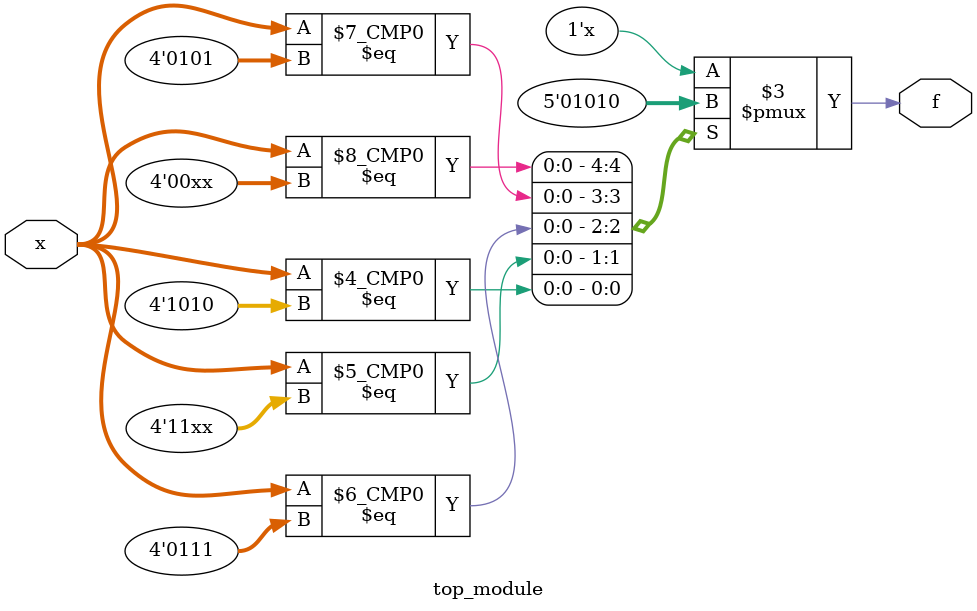
<source format=sv>
module top_module (
    input [4:1] x,
    output logic f
);

    always_comb begin
        case (x)
            4'b00xx: f = 1'b0;
            4'b0010: f = 1'b0;
            4'b0101: f = 1'b1;
            4'b0111: f = 1'b0;
            4'b11xx: f = 1'b1;
            4'b1100: f = 1'b1;
            4'b1010: f = 1'b0;
            default: f = 1'bx; // set output to don't care if not defined
        endcase
    end
endmodule

</source>
